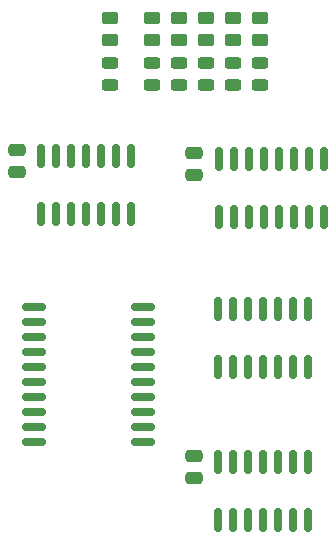
<source format=gbr>
%TF.GenerationSoftware,KiCad,Pcbnew,(6.0.0-0)*%
%TF.CreationDate,2022-03-20T10:25:09-04:00*%
%TF.ProjectId,ADC-Decoder-Controller,4144432d-4465-4636-9f64-65722d436f6e,rev?*%
%TF.SameCoordinates,Original*%
%TF.FileFunction,Paste,Top*%
%TF.FilePolarity,Positive*%
%FSLAX46Y46*%
G04 Gerber Fmt 4.6, Leading zero omitted, Abs format (unit mm)*
G04 Created by KiCad (PCBNEW (6.0.0-0)) date 2022-03-20 10:25:09*
%MOMM*%
%LPD*%
G01*
G04 APERTURE LIST*
G04 Aperture macros list*
%AMRoundRect*
0 Rectangle with rounded corners*
0 $1 Rounding radius*
0 $2 $3 $4 $5 $6 $7 $8 $9 X,Y pos of 4 corners*
0 Add a 4 corners polygon primitive as box body*
4,1,4,$2,$3,$4,$5,$6,$7,$8,$9,$2,$3,0*
0 Add four circle primitives for the rounded corners*
1,1,$1+$1,$2,$3*
1,1,$1+$1,$4,$5*
1,1,$1+$1,$6,$7*
1,1,$1+$1,$8,$9*
0 Add four rect primitives between the rounded corners*
20,1,$1+$1,$2,$3,$4,$5,0*
20,1,$1+$1,$4,$5,$6,$7,0*
20,1,$1+$1,$6,$7,$8,$9,0*
20,1,$1+$1,$8,$9,$2,$3,0*%
G04 Aperture macros list end*
%ADD10RoundRect,0.243750X-0.456250X0.243750X-0.456250X-0.243750X0.456250X-0.243750X0.456250X0.243750X0*%
%ADD11RoundRect,0.150000X0.150000X-0.825000X0.150000X0.825000X-0.150000X0.825000X-0.150000X-0.825000X0*%
%ADD12RoundRect,0.250000X0.450000X-0.262500X0.450000X0.262500X-0.450000X0.262500X-0.450000X-0.262500X0*%
%ADD13RoundRect,0.250000X-0.475000X0.250000X-0.475000X-0.250000X0.475000X-0.250000X0.475000X0.250000X0*%
%ADD14RoundRect,0.150000X-0.875000X-0.150000X0.875000X-0.150000X0.875000X0.150000X-0.875000X0.150000X0*%
G04 APERTURE END LIST*
D10*
%TO.C,D5*%
X113030000Y-79580500D03*
X113030000Y-81455500D03*
%TD*%
%TO.C,D3*%
X108458000Y-79580500D03*
X108458000Y-81455500D03*
%TD*%
D11*
%TO.C,U3*%
X111887000Y-92645000D03*
X113157000Y-92645000D03*
X114427000Y-92645000D03*
X115697000Y-92645000D03*
X116967000Y-92645000D03*
X118237000Y-92645000D03*
X119507000Y-92645000D03*
X120777000Y-92645000D03*
X120777000Y-87695000D03*
X119507000Y-87695000D03*
X118237000Y-87695000D03*
X116967000Y-87695000D03*
X115697000Y-87695000D03*
X114427000Y-87695000D03*
X113157000Y-87695000D03*
X111887000Y-87695000D03*
%TD*%
D12*
%TO.C,R6*%
X110744000Y-77620500D03*
X110744000Y-75795500D03*
%TD*%
%TO.C,R8*%
X115316000Y-77620500D03*
X115316000Y-75795500D03*
%TD*%
%TO.C,R7*%
X113030000Y-77620500D03*
X113030000Y-75795500D03*
%TD*%
D13*
%TO.C,C1*%
X109728000Y-112842000D03*
X109728000Y-114742000D03*
%TD*%
D14*
%TO.C,U5*%
X96188000Y-100203000D03*
X96188000Y-101473000D03*
X96188000Y-102743000D03*
X96188000Y-104013000D03*
X96188000Y-105283000D03*
X96188000Y-106553000D03*
X96188000Y-107823000D03*
X96188000Y-109093000D03*
X96188000Y-110363000D03*
X96188000Y-111633000D03*
X105488000Y-111633000D03*
X105488000Y-110363000D03*
X105488000Y-109093000D03*
X105488000Y-107823000D03*
X105488000Y-106553000D03*
X105488000Y-105283000D03*
X105488000Y-104013000D03*
X105488000Y-102743000D03*
X105488000Y-101473000D03*
X105488000Y-100203000D03*
%TD*%
D10*
%TO.C,D1*%
X102616000Y-79580500D03*
X102616000Y-81455500D03*
%TD*%
D13*
%TO.C,C2*%
X109728000Y-87188000D03*
X109728000Y-89088000D03*
%TD*%
D11*
%TO.C,U2*%
X111825000Y-105345000D03*
X113095000Y-105345000D03*
X114365000Y-105345000D03*
X115635000Y-105345000D03*
X116905000Y-105345000D03*
X118175000Y-105345000D03*
X119445000Y-105345000D03*
X119445000Y-100395000D03*
X118175000Y-100395000D03*
X116905000Y-100395000D03*
X115635000Y-100395000D03*
X114365000Y-100395000D03*
X113095000Y-100395000D03*
X111825000Y-100395000D03*
%TD*%
D10*
%TO.C,D4*%
X110744000Y-79580500D03*
X110744000Y-81455500D03*
%TD*%
D13*
%TO.C,C3*%
X94742000Y-86934000D03*
X94742000Y-88834000D03*
%TD*%
D10*
%TO.C,D6*%
X115316000Y-79580500D03*
X115316000Y-81455500D03*
%TD*%
D12*
%TO.C,R3*%
X102616000Y-77620500D03*
X102616000Y-75795500D03*
%TD*%
%TO.C,R5*%
X108458000Y-77620500D03*
X108458000Y-75795500D03*
%TD*%
D11*
%TO.C,U4*%
X96839000Y-92391000D03*
X98109000Y-92391000D03*
X99379000Y-92391000D03*
X100649000Y-92391000D03*
X101919000Y-92391000D03*
X103189000Y-92391000D03*
X104459000Y-92391000D03*
X104459000Y-87441000D03*
X103189000Y-87441000D03*
X101919000Y-87441000D03*
X100649000Y-87441000D03*
X99379000Y-87441000D03*
X98109000Y-87441000D03*
X96839000Y-87441000D03*
%TD*%
D10*
%TO.C,D2*%
X106172000Y-79580500D03*
X106172000Y-81455500D03*
%TD*%
D12*
%TO.C,R4*%
X106172000Y-77620500D03*
X106172000Y-75795500D03*
%TD*%
D11*
%TO.C,U1*%
X111825000Y-118299000D03*
X113095000Y-118299000D03*
X114365000Y-118299000D03*
X115635000Y-118299000D03*
X116905000Y-118299000D03*
X118175000Y-118299000D03*
X119445000Y-118299000D03*
X119445000Y-113349000D03*
X118175000Y-113349000D03*
X116905000Y-113349000D03*
X115635000Y-113349000D03*
X114365000Y-113349000D03*
X113095000Y-113349000D03*
X111825000Y-113349000D03*
%TD*%
M02*

</source>
